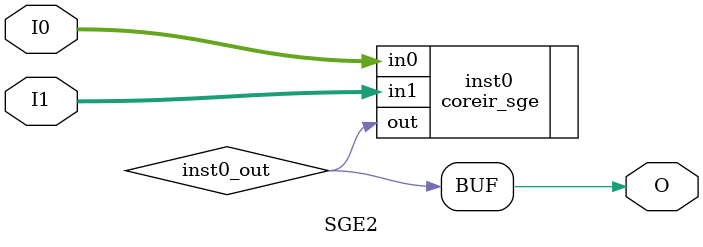
<source format=v>
module SGE2 (input [1:0] I0, input [1:0] I1, output  O);
wire  inst0_out;
coreir_sge inst0 (.in0(I0), .in1(I1), .out(inst0_out));
assign O = inst0_out;
endmodule


</source>
